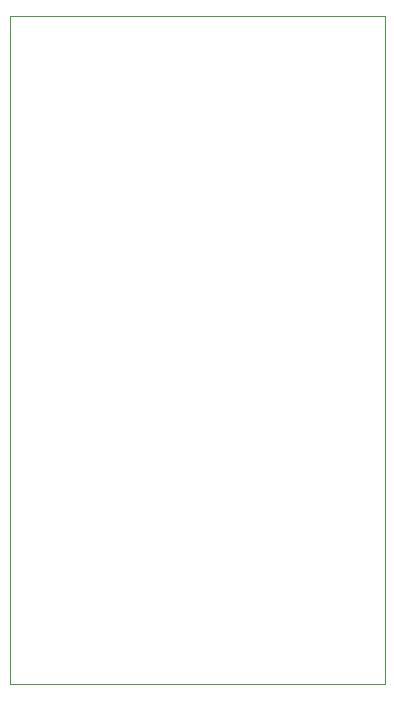
<source format=gbr>
%TF.GenerationSoftware,KiCad,Pcbnew,5.1.9-73d0e3b20d~88~ubuntu20.04.1*%
%TF.CreationDate,2021-02-01T09:35:04+01:00*%
%TF.ProjectId,WemosSlimmemeter,57656d6f-7353-46c6-996d-6d656d657465,V1.0.0.0*%
%TF.SameCoordinates,Original*%
%TF.FileFunction,Profile,NP*%
%FSLAX46Y46*%
G04 Gerber Fmt 4.6, Leading zero omitted, Abs format (unit mm)*
G04 Created by KiCad (PCBNEW 5.1.9-73d0e3b20d~88~ubuntu20.04.1) date 2021-02-01 09:35:04*
%MOMM*%
%LPD*%
G01*
G04 APERTURE LIST*
%TA.AperFunction,Profile*%
%ADD10C,0.050000*%
%TD*%
G04 APERTURE END LIST*
D10*
X71285500Y-104767500D02*
X71285500Y-48252500D01*
X103035500Y-104767500D02*
X71285500Y-104767500D01*
X103035500Y-48252500D02*
X103035500Y-104767500D01*
X71285500Y-48252500D02*
X103035500Y-48252500D01*
M02*

</source>
